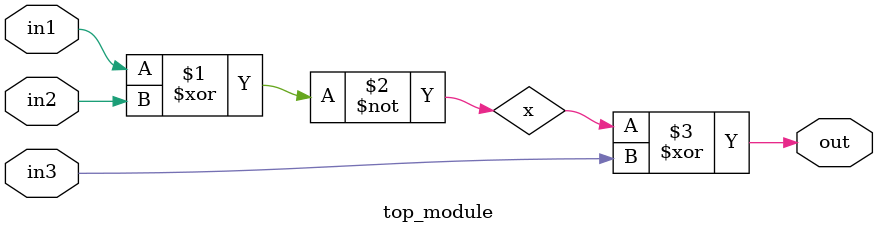
<source format=v>
module top_module (
    input in1,
    input in2,
    input in3,
    output out);
    wire x;
    assign x=~(in1^in2);
    assign out=(x^in3);
endmodule

</source>
